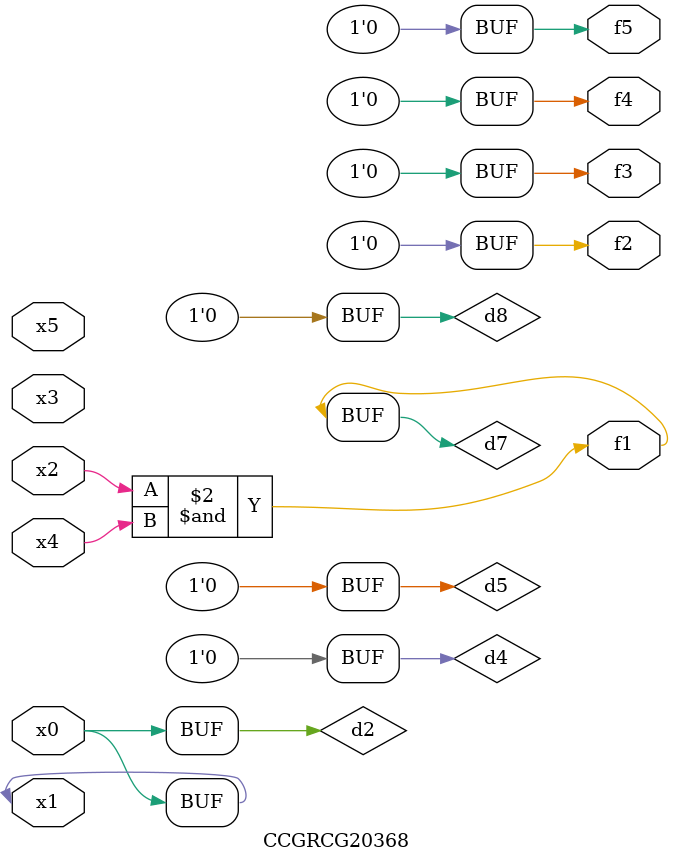
<source format=v>
module CCGRCG20368(
	input x0, x1, x2, x3, x4, x5,
	output f1, f2, f3, f4, f5
);

	wire d1, d2, d3, d4, d5, d6, d7, d8, d9;

	nand (d1, x1);
	buf (d2, x0, x1);
	nand (d3, x2, x4);
	and (d4, d1, d2);
	and (d5, d1, d2);
	nand (d6, d1, d3);
	not (d7, d3);
	xor (d8, d5);
	nor (d9, d5, d6);
	assign f1 = d7;
	assign f2 = d8;
	assign f3 = d8;
	assign f4 = d8;
	assign f5 = d8;
endmodule

</source>
